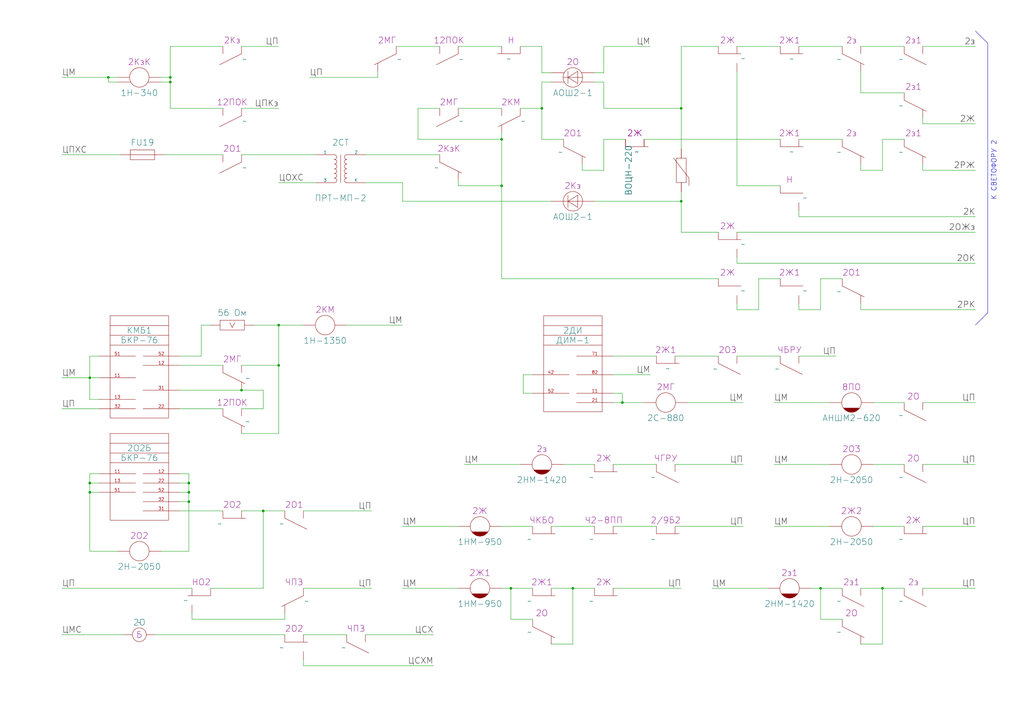
<source format=kicad_sch>
(kicad_sch (version 20231120) (generator "eeschema") (generator_version "8.0")
  (paper "A3")
  (title_block (title "Станция А") (company "МКТ РУТ (МИИТ)") (comment 1 "КП 27.02.03.03.000 ГЧ") (comment 2 "Сафранович") (comment 3 "Бузунова") (comment 9 "Схема включения огней светофора 2"))
  (lib_symbols
    (symbol "Blocks:ДИМ" (pin_names (offset 0) hide)
      (property "Reference" "ДИ" (at 0 10.51 0))
      (property "Value" "ДИМ-1" (at 0 6.51 0))
      (symbol "ДИМ_1_1"
        (pin bidirectional line (at 16.51 -15.24 180) (length 15) (name "") (number "11"))
        (pin bidirectional line (at 16.51 -19.05 180) (length 15) (name "") (number "21"))
        (pin bidirectional line (at -16.51 -7.62 0) (length 15) (name "") (number "42"))
        (pin bidirectional line (at -16.51 -15.24 0) (length 15) (name "") (number "52"))
        (pin bidirectional line (at 16.51 0 180) (length 15) (name "") (number "71"))
        (pin bidirectional line (at 16.51 -7.62 180) (length 15) (name "") (number "82"))
      )
    )
    (symbol "Blocks:КМБ" (pin_names (offset 0) hide)
      (property "Reference" "КМБ" (at 0 10.52 0))
      (property "Value" "БКР-76" (at 0 6.52 0))
      (symbol "КМБ_1_1"
        (pin bidirectional line (at -16.51 -8.89 0) (length 15) (name "") (number "11"))
        (pin bidirectional line (at 16.51 -3.81 180) (length 15) (name "") (number "12"))
        (pin bidirectional line (at -16.51 -17.78 0) (length 15) (name "") (number "13"))
        (pin bidirectional line (at 16.51 -21.59 180) (length 15) (name "") (number "22"))
        (pin bidirectional line (at 16.51 -13.97 180) (length 15) (name "") (number "31"))
        (pin bidirectional line (at -16.51 -21.59 0) (length 15) (name "") (number "32"))
        (pin bidirectional line (at -16.51 0 0) (length 15) (name "") (number "51"))
        (pin bidirectional line (at 16.51 0 180) (length 15) (name "") (number "52"))
      )
    )
    (symbol "Blocks:О" (pin_names (offset 0) hide)
      (property "Reference" "ОБ" (at 0 10.51 0))
      (property "Value" "БКР-76" (at 0 6.51 0))
      (symbol "О_1_1"
        (pin bidirectional line (at -16.51 0 0) (length 15) (name "") (number "11"))
        (pin bidirectional line (at 16.51 0 180) (length 15) (name "") (number "12"))
        (pin bidirectional line (at -16.51 -3.81 0) (length 15) (name "") (number "13"))
        (pin bidirectional line (at 16.51 -3.81 180) (length 15) (name "") (number "22"))
        (pin bidirectional line (at 16.51 -15.24 180) (length 15) (name "") (number "31"))
        (pin bidirectional line (at 16.51 -11.43 180) (length 15) (name "") (number "32"))
        (pin bidirectional line (at -16.51 -7.62 0) (length 15) (name "") (number "51"))
        (pin bidirectional line (at 16.51 -7.62 180) (length 15) (name "") (number "52"))
      )
    )
    (symbol "Blocks:СТ" (pin_numbers hide) (pin_names (offset 0))
      (property "Reference" "СТ" (at 0 10.16 0))
      (property "Value" "ПТ/ПОБС" (at 0 -12.7 0))
      (symbol "СТ_1_1"
        (pin passive line (at -10.16 5.08 0) (length 7.62) (name "1") (number "1"))
        (pin passive line (at -10.16 -6.35 0) (length 7.62) (name "3") (number "2"))
        (pin passive line (at 10.16 5.08 180) (length 7.62) (name "2") (number "3"))
        (pin passive line (at 10.16 -6.35 180) (length 7.62) (name "К") (number "7"))
      )
    )
    (symbol "Device_GOST:FU_FUSE" (pin_numbers hide) (pin_names (offset 0) hide)
      (property "Reference" "FU" (at 0 3.81 0))
      (property "Value" "FU_FUSE" (at 0 -3.81 0))
      (symbol "FU_FUSE_1_1"
        (pin passive line (at -8.89 0 0) (length 3.8862) (name "~") (number "1"))
        (pin passive line (at 8.89 0 180) (length 3.8862) (name "~") (number "2"))
      )
    )
    (symbol "Device_GOST:R_5W" (pin_numbers hide) (pin_names (offset 0) hide)
      (property "Reference" "R" (at 0 3.81 0))
      (property "Value" "R_5W" (at 0 -3.81 0))
      (symbol "R_5W_1_1"
        (pin passive line (at -8.89 0 0) (length 3.8862) (name "~") (number "1"))
        (pin passive line (at 8.89 0 180) (length 3.8862) (name "~") (number "2"))
      )
    )
    (symbol "SCB_Relay:Выравниватель" (pin_numbers hide) (pin_names (offset 0) hide)
      (property "Reference" "R" (at 0 3.81 0))
      (property "Value" "ВОЦН" (at 0 -5.715 0))
      (symbol "Выравниватель_1_1"
        (pin passive line (at -8.89 0 0) (length 3.8862) (name "~") (number "1"))
        (pin passive line (at 8.89 0 180) (length 3.8862) (name "~") (number "2"))
      )
    )
    (symbol "SCB_Relay:Контакт_нейтрального_якоря" (pin_numbers hide) (pin_names hide)
      (property "Обозначение реле" "Н" (at 0 2.54 0))
      (symbol "Контакт_нейтрального_якоря_0_1"
        (pin bidirectional line (at -3.81 0 270) (length 3) (name "") (number "1"))
      )
      (symbol "Контакт_нейтрального_якоря_1_1"
        (unit_name "Фронтовой-Тыловой")
        (pin bidirectional line (at 3.81 0 270) (length 3) (name "") (number "2"))
        (pin bidirectional line (at 3.81 -10.16 90) (length 3.3) (name "") (number "3"))
      )
      (symbol "Контакт_нейтрального_якоря_2_1"
        (unit_name "Тыловой")
        (pin bidirectional line (at 3.81 -10.16 90) (length 3.3) (name "") (number "3"))
      )
      (symbol "Контакт_нейтрального_якоря_3_1"
        (unit_name "Фронтовой")
        (pin bidirectional line (at 3.81 0 270) (length 3) (name "") (number "2"))
      )
      (symbol "Контакт_нейтрального_якоря_4_1"
        (unit_name "Усиленный перелючающий")
        (pin bidirectional line (at -3.81 0 270) (length 3) (name "") (number "1"))
        (pin bidirectional line (at 8.89 0 180) (length 2) (name "") (number "2"))
        (pin bidirectional line (at 8.89 -10.16 180) (length 2) (name "") (number "3"))
      )
      (symbol "Контакт_нейтрального_якоря_5_1"
        (unit_name "Усиленный замыкающий")
        (pin bidirectional line (at 8.89 0 180) (length 2) (name "") (number "2"))
      )
      (symbol "Контакт_нейтрального_якоря_6_1"
        (unit_name "Усиленный размыкающий")
        (pin bidirectional line (at 8.89 -10.16 180) (length 2) (name "") (number "3"))
      )
      (symbol "Контакт_нейтрального_якоря_7_1"
        (unit_name "С магнитным гашением")
        (pin bidirectional line (at 12.7 0 180) (length 2) (name "") (number "2"))
        (pin bidirectional line (at 3.81 -10.16 90) (length 3.3) (name "") (number "3"))
      )
      (symbol "Контакт_нейтрального_якоря_8_1"
        (unit_name "С безобрывным переключением")
        (pin bidirectional line (at 3.81 0 270) (length 3) (name "") (number "2"))
        (pin bidirectional line (at 3.81 -10.16 90) (length 3.3) (name "") (number "3"))
      )
      (symbol "Контакт_нейтрального_якоря_9_1"
        (unit_name "Фронтовой-тыловой термолемента")
        (pin bidirectional line (at 3.81 0 270) (length 3) (name "") (number "2"))
        (pin bidirectional line (at 3.81 -10.16 90) (length 3.3) (name "") (number "3"))
      )
      (symbol "Контакт_нейтрального_якоря_10_1"
        (unit_name "Тыловой термолемента")
        (pin bidirectional line (at 3.81 -10.16 90) (length 3.3) (name "") (number "3"))
      )
      (symbol "Контакт_нейтрального_якоря_11_1"
        (unit_name "Фронтовой термолемента")
        (pin bidirectional line (at 3.81 0 270) (length 3) (name "") (number "2"))
      )
    )
    (symbol "SCB_Relay:Контакт_нейтрального_якоря_НЗ" (pin_numbers hide) (pin_names hide)
      (property "Обозначение реле" "Н" (at 0 2.54 0))
      (symbol "Контакт_нейтрального_якоря_НЗ_0_1"
        (pin bidirectional line (at -3.81 0 270) (length 3) (name "") (number "1"))
      )
      (symbol "Контакт_нейтрального_якоря_НЗ_1_1"
        (unit_name "Фронтовой-Тыловой")
        (pin bidirectional line (at 3.81 0 270) (length 3) (name "") (number "2"))
        (pin bidirectional line (at 3.81 -10.16 90) (length 3.3) (name "") (number "3"))
      )
      (symbol "Контакт_нейтрального_якоря_НЗ_2_1"
        (unit_name "Тыловой")
        (pin bidirectional line (at 3.81 -10.16 90) (length 3.3) (name "") (number "3"))
      )
      (symbol "Контакт_нейтрального_якоря_НЗ_3_1"
        (unit_name "Фронтовой")
        (pin bidirectional line (at 3.81 0 270) (length 3) (name "") (number "2"))
      )
      (symbol "Контакт_нейтрального_якоря_НЗ_4_1"
        (unit_name "Усиленный перелючающий")
        (pin bidirectional line (at -3.81 0 270) (length 3) (name "") (number "1"))
        (pin bidirectional line (at 8.89 0 180) (length 2) (name "") (number "2"))
        (pin bidirectional line (at 8.89 -10.16 180) (length 2) (name "") (number "3"))
      )
      (symbol "Контакт_нейтрального_якоря_НЗ_5_1"
        (unit_name "Усиленный замыкающий")
        (pin bidirectional line (at 8.89 0 180) (length 2) (name "") (number "2"))
      )
      (symbol "Контакт_нейтрального_якоря_НЗ_6_1"
        (unit_name "Усиленный размыкающий")
        (pin bidirectional line (at 8.89 -10.16 180) (length 2) (name "") (number "3"))
      )
      (symbol "Контакт_нейтрального_якоря_НЗ_7_1"
        (unit_name "С магнитным гашением")
        (pin bidirectional line (at 12.7 0 180) (length 2) (name "") (number "2"))
        (pin bidirectional line (at 3.81 -10.16 90) (length 3.3) (name "") (number "3"))
      )
      (symbol "Контакт_нейтрального_якоря_НЗ_8_1"
        (unit_name "С безобрывным переключением")
        (pin bidirectional line (at 3.81 0 270) (length 3) (name "") (number "2"))
        (pin bidirectional line (at 3.81 -10.16 90) (length 3.3) (name "") (number "3"))
      )
    )
    (symbol "SCB_Relay:Лампа" (pin_numbers hide) (pin_names (offset 0) hide)
      (property "Reference" "Л" (at 0 5.08 0))
      (property "Цвет" "К" (at 0 0 0))
      (symbol "Лампа_1_1"
        (pin power_in line (at -6.35 0 0) (length 3.5) (name "П") (number "1"))
        (pin power_in line (at 6.35 0 180) (length 3.5) (name "М") (number "2"))
      )
    )
    (symbol "SCB_Relay:Нейтральное" (pin_numbers hide) (pin_names (offset 0.002) hide)
      (property "Value" "НМШ" (at 0 -6.35 0))
      (property "Обозначение реле" "Н" (at 0 6.35 0))
      (symbol "Нейтральное_1_1"
        (unit_name "Общее")
        (pin power_in line (at -8.89 0 0) (length 4.8) (name "") (number "1"))
        (pin power_in line (at 8.89 0 180) (length 4.8) (name "") (number "4"))
      )
      (symbol "Нейтральное_2_1"
        (unit_name "С раздельными")
        (pin power_in line (at -8.89 0 0) (length 4.8) (name "") (number "1"))
        (pin power_in line (at -8.89 -1.905 0) (length 5.3) (name "") (number "2"))
        (pin power_in line (at 8.89 0 180) (length 4.8) (name "") (number "3"))
        (pin power_in line (at 8.89 -1.905 180) (length 5.3) (name "") (number "4"))
      )
    )
    (symbol "SCB_Relay:Нейтральное_с_замедлением_на_отпуск" (pin_numbers hide) (pin_names (offset 0.002) hide)
      (property "Value" "НМШМ" (at 0 -6.35 0))
      (property "Обозначение реле" "Н" (at 0 6.35 0))
      (symbol "Нейтральное_с_замедлением_на_отпуск_1_1"
        (unit_name "Общее")
        (pin power_in line (at -8.89 0 0) (length 4.8) (name "") (number "1"))
        (pin power_in line (at 8.89 0 180) (length 4.8) (name "") (number "4"))
      )
      (symbol "Нейтральное_с_замедлением_на_отпуск_2_1"
        (unit_name "С раздельными")
        (pin power_in line (at -8.89 0 0) (length 4.8) (name "") (number "1"))
        (pin power_in line (at -8.89 -1.905 0) (length 5.3) (name "") (number "2"))
        (pin power_in line (at 8.89 0 180) (length 4.8) (name "") (number "3"))
        (pin power_in line (at 8.89 -1.905 180) (length 5.3) (name "") (number "4"))
      )
    )
    (symbol "SCB_Relay:Огневое" (pin_numbers hide) (pin_names (offset 0.002) hide)
      (property "Value" "ОШ" (at 0 -6.35 0))
      (property "Обозначение реле" "О" (at 0 6.35 0))
      (symbol "Огневое_1_1"
        (unit_name "Общее")
        (pin power_in line (at -8.89 0 0) (length 4.8) (name "") (number "1"))
        (pin power_in line (at 8.89 0 180) (length 4.8) (name "") (number "4"))
      )
      (symbol "Огневое_2_1"
        (unit_name "С раздельными")
        (pin power_in line (at -8.89 1.905 0) (length 5.3) (name "") (number "1"))
        (pin power_in line (at -8.89 -1.905 0) (length 5.3) (name "") (number "2"))
        (pin power_in line (at 8.89 1.905 180) (length 5.3) (name "") (number "3"))
        (pin power_in line (at 8.89 -1.905 180) (length 5.3) (name "") (number "4"))
      )
    )
  )
  (junction (at 77.47 198.12))
  (junction (at 279.4 44.45))
  (junction (at 361.95 241.3))
  (junction (at 36.83 198.12))
  (junction (at 114.3 133.35))
  (junction (at 114.3 149.86))
  (junction (at 69.85 31.75))
  (junction (at 107.95 209.55))
  (junction (at 99.06 160.02))
  (junction (at 209.55 241.3))
  (junction (at 36.83 154.94))
  (junction (at 234.95 241.3))
  (junction (at 36.83 201.93))
  (junction (at 255.27 165.1))
  (junction (at 69.85 33.655))
  (junction (at 77.47 205.74))
  (junction (at 205.74 76.2))
  (junction (at 336.55 241.3))
  (junction (at 205.74 57.15))
  (junction (at 222.25 44.45))
  (junction (at 279.4 82.55))
  (junction (at 77.47 201.93))
  (junction (at 44.45 31.75))
  (wire (pts (xy 36.83 198.12) (xy 40.64 198.12)))
  (wire (pts (xy 353.06 124.46) (xy 353.06 127)))
  (wire (pts (xy 66.04 33.655) (xy 69.85 33.655)))
  (polyline (pts (xy 400.05 133.35) (xy 405.13 128.27)))
  (wire (pts (xy 353.06 38.1) (xy 370.84 38.1)))
  (wire (pts (xy 226.06 241.3) (xy 234.95 241.3)))
  (wire (pts (xy 327.66 57.15) (xy 345.44 57.15)))
  (wire (pts (xy 231.14 57.15) (xy 222.25 57.15)))
  (wire (pts (xy 124.46 241.3) (xy 152.4 241.3)))
  (wire (pts (xy 222.25 33.655) (xy 226.06 33.655)))
  (wire (pts (xy 361.95 241.3) (xy 370.84 241.3)))
  (wire (pts (xy 378.46 215.9) (xy 400.05 215.9)))
  (wire (pts (xy 124.46 260.35) (xy 142.24 260.35)))
  (wire (pts (xy 36.83 154.94) (xy 36.83 163.83)))
  (wire (pts (xy 311.15 114.3) (xy 320.04 114.3)))
  (wire (pts (xy 36.83 198.12) (xy 36.83 201.93)))
  (wire (pts (xy 205.74 76.2) (xy 205.74 114.3)))
  (wire (pts (xy 302.26 127) (xy 311.15 127)))
  (wire (pts (xy 378.46 50.8) (xy 400.05 50.8)))
  (wire (pts (xy 327.66 88.9) (xy 400.05 88.9)))
  (wire (pts (xy 302.26 124.46) (xy 302.26 127)))
  (wire (pts (xy 36.83 154.94) (xy 40.64 154.94)))
  (wire (pts (xy 99.06 149.86) (xy 114.3 149.86)))
  (wire (pts (xy 247.65 57.15) (xy 256.54 57.15)))
  (wire (pts (xy 25.4 260.35) (xy 50.8 260.35)))
  (wire (pts (xy 73.66 160.02) (xy 99.06 160.02)))
  (wire (pts (xy 171.45 57.15) (xy 205.74 57.15)))
  (wire (pts (xy 77.47 194.31) (xy 77.47 198.12)))
  (wire (pts (xy 36.83 194.31) (xy 36.83 198.12)))
  (wire (pts (xy 358.14 165.1) (xy 370.84 165.1)))
  (wire (pts (xy 353.06 67.31) (xy 353.06 69.85)))
  (wire (pts (xy 69.85 19.05) (xy 69.85 31.75)))
  (wire (pts (xy 218.44 153.67) (xy 214.63 153.67)))
  (wire (pts (xy 353.06 241.3) (xy 361.95 241.3)))
  (wire (pts (xy 154.94 31.75) (xy 154.94 29.21)))
  (wire (pts (xy 358.14 190.5) (xy 370.84 190.5)))
  (wire (pts (xy 302.26 95.25) (xy 400.05 95.25)))
  (wire (pts (xy 78.74 254) (xy 116.84 254)))
  (wire (pts (xy 44.45 31.75) (xy 48.26 31.75)))
  (wire (pts (xy 222.25 29.845) (xy 222.25 19.05)))
  (wire (pts (xy 378.46 69.85) (xy 400.05 69.85)))
  (wire (pts (xy 107.95 209.55) (xy 116.84 209.55)))
  (wire (pts (xy 311.15 127) (xy 311.15 114.3)))
  (wire (pts (xy 73.66 209.55) (xy 91.44 209.55)))
  (wire (pts (xy 276.86 215.9) (xy 304.8 215.9)))
  (wire (pts (xy 353.06 19.05) (xy 370.84 19.05)))
  (wire (pts (xy 114.3 133.35) (xy 124.46 133.35)))
  (wire (pts (xy 124.46 209.55) (xy 152.4 209.55)))
  (wire (pts (xy 247.65 19.05) (xy 266.7 19.05)))
  (wire (pts (xy 165.1 74.93) (xy 165.1 82.55)))
  (wire (pts (xy 73.66 149.86) (xy 91.44 149.86)))
  (wire (pts (xy 124.46 273.05) (xy 177.8 273.05)))
  (wire (pts (xy 73.66 167.64) (xy 91.44 167.64)))
  (wire (pts (xy 327.66 86.36) (xy 327.66 88.9)))
  (wire (pts (xy 114.3 177.8) (xy 114.3 149.86)))
  (wire (pts (xy 99.06 44.45) (xy 114.3 44.45)))
  (wire (pts (xy 36.83 226.06) (xy 48.26 226.06)))
  (wire (pts (xy 281.94 165.1) (xy 304.8 165.1)))
  (wire (pts (xy 336.55 127) (xy 336.55 114.3)))
  (wire (pts (xy 358.14 215.9) (xy 370.84 215.9)))
  (wire (pts (xy 279.4 44.45) (xy 279.4 60.96)))
  (wire (pts (xy 73.66 198.12) (xy 77.47 198.12)))
  (wire (pts (xy 327.66 19.05) (xy 345.44 19.05)))
  (wire (pts (xy 214.63 153.67) (xy 214.63 161.29)))
  (polyline (pts (xy 405.13 17.78) (xy 400.05 12.7)))
  (wire (pts (xy 114.3 74.93) (xy 129.54 74.93)))
  (wire (pts (xy 48.26 33.655) (xy 44.45 33.655)))
  (wire (pts (xy 251.46 215.9) (xy 269.24 215.9)))
  (wire (pts (xy 279.4 19.05) (xy 279.4 44.45)))
  (wire (pts (xy 104.14 133.35) (xy 114.3 133.35)))
  (wire (pts (xy 336.55 241.3) (xy 336.55 254)))
  (wire (pts (xy 378.46 190.5) (xy 400.05 190.5)))
  (wire (pts (xy 36.83 163.83) (xy 40.64 163.83)))
  (wire (pts (xy 142.24 133.35) (xy 165.1 133.35)))
  (wire (pts (xy 361.95 264.16) (xy 361.95 241.3)))
  (wire (pts (xy 243.84 29.845) (xy 247.65 29.845)))
  (wire (pts (xy 99.06 167.64) (xy 107.95 167.64)))
  (wire (pts (xy 209.55 254) (xy 218.44 254)))
  (wire (pts (xy 149.86 260.35) (xy 177.8 260.35)))
  (wire (pts (xy 213.36 44.45) (xy 222.25 44.45)))
  (wire (pts (xy 69.85 31.75) (xy 69.85 33.655)))
  (wire (pts (xy 279.4 82.55) (xy 243.84 82.55)))
  (wire (pts (xy 302.26 107.95) (xy 400.05 107.95)))
  (wire (pts (xy 353.06 29.21) (xy 353.06 38.1)))
  (wire (pts (xy 279.4 19.05) (xy 294.64 19.05)))
  (wire (pts (xy 66.04 226.06) (xy 77.47 226.06)))
  (wire (pts (xy 82.55 146.05) (xy 82.55 133.35)))
  (wire (pts (xy 205.74 57.15) (xy 205.74 54.61)))
  (wire (pts (xy 247.65 44.45) (xy 279.4 44.45)))
  (wire (pts (xy 361.95 57.15) (xy 370.84 57.15)))
  (wire (pts (xy 78.74 251.46) (xy 78.74 254)))
  (wire (pts (xy 107.95 167.64) (xy 107.95 160.02)))
  (wire (pts (xy 25.4 31.75) (xy 44.45 31.75)))
  (polyline (pts (xy 405.13 128.27) (xy 405.13 17.78)))
  (wire (pts (xy 327.66 146.05) (xy 342.9 146.05)))
  (wire (pts (xy 99.06 19.05) (xy 114.3 19.05)))
  (wire (pts (xy 336.55 114.3) (xy 345.44 114.3)))
  (wire (pts (xy 25.4 241.3) (xy 78.74 241.3)))
  (wire (pts (xy 187.96 76.2) (xy 187.96 73.66)))
  (wire (pts (xy 302.26 146.05) (xy 320.04 146.05)))
  (wire (pts (xy 255.27 161.29) (xy 255.27 165.1)))
  (wire (pts (xy 317.5 165.1) (xy 340.36 165.1)))
  (wire (pts (xy 238.76 69.85) (xy 238.76 67.31)))
  (wire (pts (xy 213.36 19.05) (xy 222.25 19.05)))
  (wire (pts (xy 327.66 124.46) (xy 327.66 127)))
  (wire (pts (xy 162.56 19.05) (xy 180.34 19.05)))
  (wire (pts (xy 378.46 165.1) (xy 400.05 165.1)))
  (wire (pts (xy 353.06 264.16) (xy 361.95 264.16)))
  (wire (pts (xy 238.76 69.85) (xy 247.65 69.85)))
  (wire (pts (xy 302.26 105.41) (xy 302.26 107.95)))
  (wire (pts (xy 165.1 215.9) (xy 187.96 215.9)))
  (wire (pts (xy 36.83 146.05) (xy 36.83 154.94)))
  (wire (pts (xy 247.65 44.45) (xy 247.65 33.655)))
  (wire (pts (xy 40.64 146.05) (xy 36.83 146.05)))
  (wire (pts (xy 327.66 127) (xy 336.55 127)))
  (wire (pts (xy 91.44 19.05) (xy 69.85 19.05)))
  (wire (pts (xy 25.4 154.94) (xy 36.83 154.94)))
  (wire (pts (xy 378.46 19.05) (xy 400.05 19.05)))
  (wire (pts (xy 276.86 146.05) (xy 294.64 146.05)))
  (wire (pts (xy 165.1 82.55) (xy 226.06 82.55)))
  (wire (pts (xy 107.95 209.55) (xy 107.95 241.3)))
  (wire (pts (xy 226.06 215.9) (xy 243.84 215.9)))
  (wire (pts (xy 190.5 190.5) (xy 213.36 190.5)))
  (wire (pts (xy 353.06 69.85) (xy 361.95 69.85)))
  (wire (pts (xy 332.74 241.3) (xy 336.55 241.3)))
  (wire (pts (xy 361.95 69.85) (xy 361.95 57.15)))
  (wire (pts (xy 149.86 63.5) (xy 180.34 63.5)))
  (wire (pts (xy 114.3 133.35) (xy 114.3 149.86)))
  (wire (pts (xy 36.83 201.93) (xy 40.64 201.93)))
  (wire (pts (xy 73.66 146.05) (xy 82.55 146.05)))
  (wire (pts (xy 320.04 76.2) (xy 302.26 76.2)))
  (wire (pts (xy 187.96 44.45) (xy 205.74 44.45)))
  (wire (pts (xy 77.47 201.93) (xy 77.47 205.74)))
  (wire (pts (xy 251.46 146.05) (xy 269.24 146.05)))
  (wire (pts (xy 222.25 57.15) (xy 222.25 44.45)))
  (wire (pts (xy 234.95 241.3) (xy 243.84 241.3)))
  (wire (pts (xy 73.66 194.31) (xy 77.47 194.31)))
  (wire (pts (xy 107.95 160.02) (xy 99.06 160.02)))
  (wire (pts (xy 99.06 177.8) (xy 114.3 177.8)))
  (wire (pts (xy 127 31.75) (xy 154.94 31.75)))
  (wire (pts (xy 73.66 201.93) (xy 77.47 201.93)))
  (wire (pts (xy 247.65 33.655) (xy 243.84 33.655)))
  (wire (pts (xy 226.06 264.16) (xy 234.95 264.16)))
  (wire (pts (xy 69.85 33.655) (xy 69.85 44.45)))
  (wire (pts (xy 378.46 48.26) (xy 378.46 50.8)))
  (wire (pts (xy 276.86 190.5) (xy 304.8 190.5)))
  (wire (pts (xy 317.5 215.9) (xy 340.36 215.9)))
  (wire (pts (xy 247.65 29.845) (xy 247.65 19.05)))
  (wire (pts (xy 165.1 241.3) (xy 187.96 241.3)))
  (wire (pts (xy 124.46 270.51) (xy 124.46 273.05)))
  (wire (pts (xy 82.55 133.35) (xy 86.36 133.35)))
  (wire (pts (xy 205.74 114.3) (xy 294.64 114.3)))
  (wire (pts (xy 66.04 31.75) (xy 69.85 31.75)))
  (wire (pts (xy 251.46 241.3) (xy 279.4 241.3)))
  (wire (pts (xy 378.46 67.31) (xy 378.46 69.85)))
  (wire (pts (xy 187.96 76.2) (xy 205.74 76.2)))
  (wire (pts (xy 234.95 264.16) (xy 234.95 241.3)))
  (wire (pts (xy 25.4 63.5) (xy 49.53 63.5)))
  (wire (pts (xy 205.74 241.3) (xy 209.55 241.3)))
  (wire (pts (xy 187.96 19.05) (xy 205.74 19.05)))
  (wire (pts (xy 251.46 190.5) (xy 269.24 190.5)))
  (wire (pts (xy 255.27 165.1) (xy 251.46 165.1)))
  (wire (pts (xy 336.55 241.3) (xy 345.44 241.3)))
  (wire (pts (xy 77.47 198.12) (xy 77.47 201.93)))
  (wire (pts (xy 116.84 254) (xy 116.84 251.46)))
  (wire (pts (xy 67.31 63.5) (xy 91.44 63.5)))
  (wire (pts (xy 77.47 205.74) (xy 73.66 205.74)))
  (wire (pts (xy 99.06 209.55) (xy 107.95 209.55)))
  (wire (pts (xy 36.83 201.93) (xy 36.83 226.06)))
  (wire (pts (xy 205.74 215.9) (xy 218.44 215.9)))
  (wire (pts (xy 279.4 95.25) (xy 279.4 82.55)))
  (wire (pts (xy 44.45 33.655) (xy 44.45 31.75)))
  (wire (pts (xy 180.34 44.45) (xy 171.45 44.45)))
  (wire (pts (xy 251.46 153.67) (xy 266.7 153.67)))
  (wire (pts (xy 99.06 63.5) (xy 129.54 63.5)))
  (wire (pts (xy 353.06 127) (xy 400.05 127)))
  (wire (pts (xy 336.55 254) (xy 345.44 254)))
  (wire (pts (xy 25.4 167.64) (xy 40.64 167.64)))
  (wire (pts (xy 317.5 190.5) (xy 340.36 190.5)))
  (wire (pts (xy 222.25 29.845) (xy 226.06 29.845)))
  (wire (pts (xy 279.4 78.74) (xy 279.4 82.55)))
  (wire (pts (xy 149.86 74.93) (xy 165.1 74.93)))
  (wire (pts (xy 63.5 260.35) (xy 116.84 260.35)))
  (wire (pts (xy 222.25 44.45) (xy 222.25 33.655)))
  (wire (pts (xy 264.16 57.15) (xy 320.04 57.15)))
  (wire (pts (xy 294.64 95.25) (xy 279.4 95.25)))
  (wire (pts (xy 40.64 194.31) (xy 36.83 194.31)))
  (wire (pts (xy 302.26 29.21) (xy 302.26 76.2)))
  (wire (pts (xy 231.14 190.5) (xy 243.84 190.5)))
  (wire (pts (xy 77.47 226.06) (xy 77.47 205.74)))
  (wire (pts (xy 171.45 44.45) (xy 171.45 57.15)))
  (wire (pts (xy 205.74 76.2) (xy 205.74 57.15)))
  (wire (pts (xy 251.46 161.29) (xy 255.27 161.29)))
  (wire (pts (xy 209.55 241.3) (xy 218.44 241.3)))
  (wire (pts (xy 292.1 241.3) (xy 314.96 241.3)))
  (wire (pts (xy 209.55 241.3) (xy 209.55 254)))
  (wire (pts (xy 255.27 165.1) (xy 264.16 165.1)))
  (wire (pts (xy 214.63 161.29) (xy 218.44 161.29)))
  (wire (pts (xy 91.44 44.45) (xy 69.85 44.45)))
  (wire (pts (xy 378.46 241.3) (xy 400.05 241.3)))
  (wire (pts (xy 247.65 69.85) (xy 247.65 57.15)))
  (wire (pts (xy 107.95 241.3) (xy 86.36 241.3)))
  (wire (pts (xy 302.26 19.05) (xy 320.04 19.05)))
  (text "К СВЕТОФОРУ 2" (at 407.67 69.85 90) (effects (font (size 2 2))))
  (label "ЦМС" (at 25.4 260.35 0) (effects (font (size 2.5 2.5))) (property "Netclass" "Цепь" (effects (hide yes))))
  (label "ЦМ" (at 317.5 215.9 0) (effects (font (size 2.5 2.5))) (property "Netclass" "Цепь" (effects (hide yes))))
  (label "2РЖ" (at 400.05 69.85 180) (effects (font (size 2.5 2.5))) (property "Netclass" "Цепь" (effects (hide yes))))
  (label "ЦМ" (at 165.1 215.9 0) (effects (font (size 2.5 2.5))) (property "Netclass" "Цепь" (effects (hide yes))))
  (label "ЦМ" (at 266.7 19.05 180) (effects (font (size 2.5 2.5))) (property "Netclass" "Цепь" (effects (hide yes))))
  (label "ЦМ" (at 266.7 153.67 180) (effects (font (size 2.5 2.5))) (property "Netclass" "Цепь" (effects (hide yes))))
  (label "2ОЖз" (at 400.05 95.25 180) (effects (font (size 2.5 2.5))) (property "Netclass" "Цепь" (effects (hide yes))))
  (label "ЦП" (at 127 31.75 0) (effects (font (size 2.5 2.5))) (property "Netclass" "Цепь" (effects (hide yes))))
  (label "2ОК" (at 400.05 107.95 180) (effects (font (size 2.5 2.5))) (property "Netclass" "Цепь" (effects (hide yes))))
  (label "ЦМ" (at 292.1 241.3 0) (effects (font (size 2.5 2.5))) (property "Netclass" "Цепь" (effects (hide yes))))
  (label "ЦП" (at 279.4 241.3 180) (effects (font (size 2.5 2.5))) (property "Netclass" "Цепь" (effects (hide yes))))
  (label "2РК" (at 400.05 127 180) (effects (font (size 2.5 2.5))) (property "Netclass" "Цепь" (effects (hide yes))))
  (label "ЦСХ" (at 177.8 260.35 180) (effects (font (size 2.5 2.5))) (property "Netclass" "Цепь" (effects (hide yes))))
  (label "ЦП" (at 304.8 215.9 180) (effects (font (size 2.5 2.5))) (property "Netclass" "Цепь" (effects (hide yes))))
  (label "ЦП" (at 342.9 146.05 180) (effects (font (size 2.5 2.5))) (property "Netclass" "Цепь" (effects (hide yes))))
  (label "2з" (at 400.05 19.05 180) (effects (font (size 2.5 2.5))) (property "Netclass" "Цепь" (effects (hide yes))))
  (label "ЦП" (at 400.05 241.3 180) (effects (font (size 2.5 2.5))) (property "Netclass" "Цепь" (effects (hide yes))))
  (label "ЦП" (at 25.4 241.3 0) (effects (font (size 2.5 2.5))) (property "Netclass" "Цепь" (effects (hide yes))))
  (label "ЦМ" (at 25.4 154.94 0) (effects (font (size 2.5 2.5))) (property "Netclass" "Цепь" (effects (hide yes))))
  (label "ЦМ" (at 317.5 165.1 0) (effects (font (size 2.5 2.5))) (property "Netclass" "Цепь" (effects (hide yes))))
  (label "ЦП" (at 400.05 215.9 180) (effects (font (size 2.5 2.5))) (property "Netclass" "Цепь" (effects (hide yes))))
  (label "ЦМ" (at 165.1 241.3 0) (effects (font (size 2.5 2.5))) (property "Netclass" "Цепь" (effects (hide yes))))
  (label "2Ж" (at 400.05 50.8 180) (effects (font (size 2.5 2.5))) (property "Netclass" "Цепь" (effects (hide yes))))
  (label "ЦП" (at 152.4 209.55 180) (effects (font (size 2.5 2.5))) (property "Netclass" "Цепь" (effects (hide yes))))
  (label "ЦП" (at 25.4 167.64 0) (effects (font (size 2.5 2.5))) (property "Netclass" "Цепь" (effects (hide yes))))
  (label "ЦМ" (at 190.5 190.5 0) (effects (font (size 2.5 2.5))) (property "Netclass" "Цепь" (effects (hide yes))))
  (label "ЦПКз" (at 114.3 44.45 180) (effects (font (size 2.5 2.5))) (property "Netclass" "Цепь" (effects (hide yes))))
  (label "ЦСХМ" (at 177.8 273.05 180) (effects (font (size 2.5 2.5))) (property "Netclass" "Цепь" (effects (hide yes))))
  (label "ЦМ" (at 317.5 190.5 0) (effects (font (size 2.5 2.5))) (property "Netclass" "Цепь" (effects (hide yes))))
  (label "ЦП" (at 114.3 19.05 180) (effects (font (size 2.5 2.5))) (property "Netclass" "Цепь" (effects (hide yes))))
  (label "ЦП" (at 152.4 241.3 180) (effects (font (size 2.5 2.5))) (property "Netclass" "Цепь" (effects (hide yes))))
  (label "ЦОХС" (at 114.3 74.93 0) (effects (font (size 2.5 2.5))) (property "Netclass" "Цепь" (effects (hide yes))))
  (label "ЦП" (at 400.05 165.1 180) (effects (font (size 2.5 2.5))) (property "Netclass" "Цепь" (effects (hide yes))))
  (label "ЦПХС" (at 25.4 63.5 0) (effects (font (size 2.5 2.5))) (property "Netclass" "Цепь" (effects (hide yes))))
  (label "ЦМ" (at 165.1 133.35 180) (effects (font (size 2.5 2.5))) (property "Netclass" "Цепь" (effects (hide yes))))
  (label "ЦМ" (at 25.4 31.75 0) (effects (font (size 2.5 2.5))) (property "Netclass" "Цепь" (effects (hide yes))))
  (label "2К" (at 400.05 88.9 180) (effects (font (size 2.5 2.5))) (property "Netclass" "Цепь" (effects (hide yes))))
  (label "ЦП" (at 400.05 190.5 180) (effects (font (size 2.5 2.5))) (property "Netclass" "Цепь" (effects (hide yes))))
  (label "ЦП" (at 304.8 190.5 180) (effects (font (size 2.5 2.5))) (property "Netclass" "Цепь" (effects (hide yes))))
  (label "ЦМ" (at 304.8 165.1 180) (effects (font (size 2.5 2.5))) (property "Netclass" "Цепь" (effects (hide yes))))
  (symbol (lib_id "SCB_Relay:Контакт_нейтрального_якоря_НЗ") (at 247.65 215.9 0) (unit 3)
    (property "Reference" "Н111111111" (effects (hide yes)))
    (property "Value" "~" (at 242.57 221.15 0) (effects (font (size 2.5 2.5))))
    (property "Обозначение реле" "Ч2-8ПП" (at 247.65 213.36 0) (effects (font (size 2.5 2.5))))
  )
  (symbol (lib_id "Blocks:О") (at 57.15 194.31 0) (unit 1)
    (property "Reference" "2О2Б" (at 57.15 183.8 0) (effects (font (size 2.5 2.5))))
    (property "Value" "БКР-76" (at 57.15 187.8 0) (effects (font (size 2.5 2.5))))
  )
  (symbol (lib_name "SCB_Relay:Контакт_нейтрального_якоря_НЗ") (lib_id "SCB_Relay:Контакт_нейтрального_якоря_НЗ") (at 298.45 114.3 0) (unit 2)
    (property "Reference" "Н11" (effects (hide yes)))
    (property "Value" "~" (at 304.8 119.23 0) (effects (font (size 2.5 2.5))))
    (property "Обозначение реле" "2Ж" (at 298.45 111.76 0) (effects (font (size 2.5 2.5))))
  )
  (symbol (lib_id "SCB_Relay:Контакт_нейтрального_якоря") (at 120.65 209.55 0) (unit 3)
    (property "Reference" "Н111111111" (effects (hide yes)))
    (property "Value" "~" (at 115.57 214.8 0) (effects (font (size 2.5 2.5))))
    (property "Обозначение реле" "2О1" (at 120.65 207.01 0) (effects (font (size 2.5 2.5))))
  )
  (symbol (lib_name "SCB_Relay:Контакт_нейтрального_якоря_НЗ") (lib_id "SCB_Relay:Контакт_нейтрального_якоря_НЗ") (at 298.45 19.05 0) (unit 1)
    (property "Reference" "Н1" (effects (hide yes)))
    (property "Value" "~" (at 304.8 23.98 0) (effects (font (size 2.5 2.5))))
    (property "Обозначение реле" "2Ж" (at 298.45 16.51 0) (effects (font (size 2.5 2.5))))
  )
  (symbol (lib_id "SCB_Relay:Лампа") (at 57.15 260.35 0) (unit 1)
    (property "Reference" "2О" (at 57.15 255.27 0) (effects (font (size 2.5 2.5))))
    (property "Value" "~" (at 57.15 255.27 0) (effects (font (size 2.5 2.5))))
    (property "Цвет" "Б" (at 57.15 260.35 0) (effects (font (size 2.5 2.5))))
  )
  (symbol (lib_name "SCB_Relay:Контакт_нейтрального_якоря_НЗ") (lib_id "SCB_Relay:Контакт_нейтрального_якоря_НЗ") (at 222.25 215.9 0) (unit 3)
    (property "Reference" "Н1111111" (effects (hide yes)))
    (property "Value" "~" (at 217.17 221.15 0) (effects (font (size 2.5 2.5))))
    (property "Обозначение реле" "ЧКБО" (at 222.25 213.36 0) (effects (font (size 2.5 2.5))))
  )
  (symbol (lib_name "SCB_Relay:Контакт_нейтрального_якоря") (lib_id "SCB_Relay:Контакт_нейтрального_якоря") (at 95.25 44.45 0) (mirror y) (unit 3)
    (property "Reference" "Н11" (effects (hide yes)))
    (property "Value" "~" (at 100.33 49.7 0) (effects (font (size 2.5 2.5))))
    (property "Обозначение реле" "12ПОК" (at 95.25 41.91 0) (effects (font (size 2.5 2.5))))
  )
  (symbol (lib_id "SCB_Relay:Нейтральное") (at 57.15 226.06 0) (unit 1)
    (property "Reference" "2н111" (effects (hide yes)))
    (property "Value" "2Н-2050" (at 57.15 232.41 0) (effects (font (size 2.5 2.5))))
    (property "Обозначение реле" "2О2" (at 57.15 219.71 0) (effects (font (size 2.5 2.5))))
  )
  (symbol (lib_name "SCB_Relay:Контакт_нейтрального_якоря_НЗ") (lib_id "SCB_Relay:Контакт_нейтрального_якоря_НЗ") (at 222.25 241.3 0) (unit 3)
    (property "Reference" "Н111111" (effects (hide yes)))
    (property "Value" "~" (at 217.17 246.55 0) (effects (font (size 2.5 2.5))))
    (property "Обозначение реле" "2Ж1" (at 222.25 238.76 0) (effects (font (size 2.5 2.5))))
  )
  (symbol (lib_name "SCB_Relay:Контакт_нейтрального_якоря") (lib_id "SCB_Relay:Контакт_нейтрального_якоря") (at 349.25 19.05 0) (unit 1)
    (property "Reference" "Н111" (effects (hide yes)))
    (property "Value" "~" (at 344.17 24.3 0) (effects (font (size 2.5 2.5))))
    (property "Обозначение реле" "2з" (at 349.25 16.51 0) (effects (font (size 2.5 2.5))))
  )
  (symbol (lib_id "SCB_Relay:Нейтральное") (at 273.05 165.1 0) (unit 1)
    (property "Reference" "2н" (effects (hide yes)))
    (property "Value" "2С-880" (at 273.05 171.45 0) (effects (font (size 2.5 2.5))))
    (property "Обозначение реле" "2МГ" (at 273.05 158.75 0) (effects (font (size 2.5 2.5))))
  )
  (symbol (lib_name "SCB_Relay:Контакт_нейтрального_якоря_НЗ") (lib_id "SCB_Relay:Контакт_нейтрального_якоря_НЗ") (at 273.05 146.05 0) (unit 3)
    (property "Reference" "Н11111" (effects (hide yes)))
    (property "Value" "~" (at 273.895 151.13 0) (effects (font (size 2.5 2.5))))
    (property "Обозначение реле" "2Ж1" (at 273.05 143.51 0) (effects (font (size 2.5 2.5))))
  )
  (symbol (lib_name "SCB_Relay:Контакт_нейтрального_якоря") (lib_id "SCB_Relay:Контакт_нейтрального_якоря") (at 95.25 19.05 0) (mirror y) (unit 3)
    (property "Reference" "Н1" (effects (hide yes)))
    (property "Value" "~" (at 100.33 24.3 0) (effects (font (size 2.5 2.5))))
    (property "Обозначение реле" "2Кз" (at 95.25 16.51 0) (effects (font (size 2.5 2.5))))
  )
  (symbol (lib_name "SCB_Relay:Контакт_нейтрального_якоря") (lib_id "SCB_Relay:Контакт_нейтрального_якоря") (at 298.45 146.05 0) (unit 3)
    (property "Reference" "Н111" (effects (hide yes)))
    (property "Value" "~" (at 293.37 151.3 0) (effects (font (size 2.5 2.5))))
    (property "Обозначение реле" "2ОЗ" (at 298.45 143.51 0) (effects (font (size 2.5 2.5))))
  )
  (symbol (lib_name "SCB_Relay:Контакт_нейтрального_якоря") (lib_id "SCB_Relay:Контакт_нейтрального_якоря") (at 184.15 63.5 0) (unit 2)
    (property "Reference" "Н11" (effects (hide yes)))
    (property "Value" "~" (at 179.07 68.75 0) (effects (font (size 2.5 2.5))))
    (property "Обозначение реле" "2КзК" (at 184.15 60.96 0) (effects (font (size 2.5 2.5))))
  )
  (symbol (lib_id "SCB_Relay:Нейтральное_с_замедлением_на_отпуск") (at 349.25 165.1 0) (unit 1)
    (property "Reference" "Н1" (effects (hide yes)))
    (property "Value" "АНШМ2-620" (at 349.25 171.45 0) (effects (font (size 2.5 2.5))))
    (property "Обозначение реле" "8ПО" (at 349.25 158.75 0) (effects (font (size 2.5 2.5))))
  )
  (symbol (lib_id "SCB_Relay:Нейтральное_с_замедлением_на_отпуск") (at 196.85 241.3 0) (unit 1)
    (property "Reference" "Н111" (effects (hide yes)))
    (property "Value" "1НМ-950" (at 196.85 247.65 0) (effects (font (size 2.5 2.5))))
    (property "Обозначение реле" "2Ж1" (at 196.85 234.95 0) (effects (font (size 2.5 2.5))))
  )
  (symbol (lib_name "SCB_Relay:Контакт_нейтрального_якоря") (lib_id "SCB_Relay:Контакт_нейтрального_якоря") (at 184.15 19.05 0) (mirror y) (unit 3)
    (property "Reference" "Н11" (effects (hide yes)))
    (property "Value" "~" (at 189.23 24.3 0) (effects (font (size 2.5 2.5))))
    (property "Обозначение реле" "12ПОК" (at 184.15 16.51 0) (effects (font (size 2.5 2.5))))
  )
  (symbol (lib_name "SCB_Relay:Контакт_нейтрального_якоря_НЗ") (lib_id "SCB_Relay:Контакт_нейтрального_якоря_НЗ") (at 120.65 260.35 0) (unit 1)
    (property "Reference" "Н11111111" (effects (hide yes)))
    (property "Value" "~" (at 115.57 265.6 0) (effects (font (size 2.5 2.5))))
    (property "Обозначение реле" "2О2" (at 120.65 257.81 0) (effects (font (size 2.5 2.5))))
  )
  (symbol (lib_id "SCB_Relay:Огневое") (at 234.95 31.75 0) (unit 2)
    (property "Reference" "О1" (effects (hide yes)))
    (property "Value" "АОШ2-1" (at 234.95 38.1 0) (effects (font (size 2.5 2.5))))
    (property "Обозначение реле" "2О" (at 234.95 25.4 0) (effects (font (size 2.5 2.5))))
  )
  (symbol (lib_name "SCB_Relay:Контакт_нейтрального_якоря") (lib_id "SCB_Relay:Контакт_нейтрального_якоря") (at 349.25 114.3 0) (unit 2)
    (property "Reference" "Н11111" (effects (hide yes)))
    (property "Value" "~" (at 344.17 119.55 0) (effects (font (size 2.5 2.5))))
    (property "Обозначение реле" "2О1" (at 349.25 111.76 0) (effects (font (size 2.5 2.5))))
  )
  (symbol (lib_name "SCB_Relay:Контакт_нейтрального_якоря") (lib_id "SCB_Relay:Контакт_нейтрального_якоря") (at 349.25 254 0) (unit 2)
    (property "Reference" "Н111111" (effects (hide yes)))
    (property "Value" "~" (at 344.17 259.25 0) (effects (font (size 2.5 2.5))))
    (property "Обозначение реле" "2О" (at 349.25 251.46 0) (effects (font (size 2.5 2.5))))
  )
  (symbol (lib_id "SCB_Relay:Огневое") (at 234.95 82.55 0) (unit 1)
    (property "Reference" "О1" (effects (hide yes)))
    (property "Value" "АОШ2-1" (at 234.95 88.9 0) (effects (font (size 2.5 2.5))))
    (property "Обозначение реле" "2Кз" (at 234.95 76.2 0) (effects (font (size 2.5 2.5))))
  )
  (symbol (lib_name "SCB_Relay:Контакт_нейтрального_якоря") (lib_id "SCB_Relay:Контакт_нейтрального_якоря") (at 158.75 19.05 0) (mirror y) (unit 2)
    (property "Reference" "Н1" (effects (hide yes)))
    (property "Value" "~" (at 163.83 24.3 0) (effects (font (size 2.5 2.5))))
    (property "Обозначение реле" "2МГ" (at 158.75 16.51 0) (effects (font (size 2.5 2.5))))
  )
  (symbol (lib_name "SCB_Relay:Контакт_нейтрального_якоря_НЗ") (lib_id "SCB_Relay:Контакт_нейтрального_якоря_НЗ") (at 95.25 209.55 0) (unit 3)
    (property "Reference" "Н1111111" (effects (hide yes)))
    (property "Value" "~" (at 90.17 214.8 0) (effects (font (size 2.5 2.5))))
    (property "Обозначение реле" "2О2" (at 95.25 207.01 0) (effects (font (size 2.5 2.5))))
  )
  (symbol (lib_id "Device_GOST:FU_FUSE") (at 58.42 63.5 0) (unit 1)
    (property "Reference" "FU19" (at 58.42 58.42 0) (effects (font (size 2.5 2.5))))
    (property "Value" "FU_FUSE" (effects (hide yes)))
  )
  (symbol (lib_name "SCB_Relay:Контакт_нейтрального_якоря") (lib_id "SCB_Relay:Контакт_нейтрального_якоря") (at 374.65 38.1 0) (unit 2)
    (property "Reference" "Н111" (effects (hide yes)))
    (property "Value" "~" (at 369.57 43.35 0) (effects (font (size 2.5 2.5))))
    (property "Обозначение реле" "2з1" (at 374.65 35.56 0) (effects (font (size 2.5 2.5))))
  )
  (symbol (lib_name "SCB_Relay:Контакт_нейтрального_якоря") (lib_id "SCB_Relay:Контакт_нейтрального_якоря") (at 349.25 241.3 0) (unit 3)
    (property "Reference" "Н11111" (effects (hide yes)))
    (property "Value" "~" (at 344.17 246.55 0) (effects (font (size 2.5 2.5))))
    (property "Обозначение реле" "2з1" (at 349.25 238.76 0) (effects (font (size 2.5 2.5))))
  )
  (symbol (lib_name "SCB_Relay:Контакт_нейтрального_якоря_НЗ") (lib_id "SCB_Relay:Контакт_нейтрального_якоря_НЗ") (at 273.05 215.9 0) (unit 3)
    (property "Reference" "Н111111111" (effects (hide yes)))
    (property "Value" "~" (at 267.97 221.15 0) (effects (font (size 2.5 2.5))))
    (property "Обозначение реле" "2/9Б2" (at 273.05 213.36 0) (effects (font (size 2.5 2.5))))
  )
  (symbol (lib_id "SCB_Relay:Нейтральное_с_замедлением_на_отпуск") (at 222.25 190.5 0) (unit 1)
    (property "Reference" "Н111" (effects (hide yes)))
    (property "Value" "2НМ-1420" (at 222.25 196.85 0) (effects (font (size 2.5 2.5))))
    (property "Обозначение реле" "2з" (at 222.25 184.15 0) (effects (font (size 2.5 2.5))))
  )
  (symbol (lib_name "SCB_Relay:Контакт_нейтрального_якоря_НЗ") (lib_id "SCB_Relay:Контакт_нейтрального_якоря_НЗ") (at 209.55 19.05 0) (mirror y) (unit 3)
    (property "Reference" "Н1" (effects (hide yes)))
    (property "Value" "~" (at 208.705 24.13 0) (effects (font (size 2.5 2.5))))
    (property "Обозначение реле" "Н" (at 209.55 16.51 0) (effects (font (size 2.5 2.5))))
  )
  (symbol (lib_name "SCB_Relay:Контакт_нейтрального_якоря") (lib_id "SCB_Relay:Контакт_нейтрального_якоря") (at 222.25 254 0) (unit 2)
    (property "Reference" "Н1111111" (effects (hide yes)))
    (property "Value" "~" (at 217.17 259.25 0) (effects (font (size 2.5 2.5))))
    (property "Обозначение реле" "2О" (at 222.25 251.46 0) (effects (font (size 2.5 2.5))))
  )
  (symbol (lib_name "SCB_Relay:Контакт_нейтрального_якоря_НЗ") (lib_id "SCB_Relay:Контакт_нейтрального_якоря_НЗ") (at 323.85 76.2 0) (unit 2)
    (property "Reference" "Н1" (effects (hide yes)))
    (property "Value" "~" (at 330.2 81.13 0) (effects (font (size 2.5 2.5))))
    (property "Обозначение реле" "Н" (at 323.85 73.66 0) (effects (font (size 2.5 2.5))))
  )
  (symbol (lib_id "SCB_Relay:Нейтральное") (at 349.25 215.9 0) (unit 1)
    (property "Reference" "2н11" (effects (hide yes)))
    (property "Value" "2Н-2050" (at 349.25 222.25 0) (effects (font (size 2.5 2.5))))
    (property "Обозначение реле" "2Ж2" (at 349.25 209.55 0) (effects (font (size 2.5 2.5))))
  )
  (symbol (lib_name "SCB_Relay:Контакт_нейтрального_якоря_НЗ") (lib_id "SCB_Relay:Контакт_нейтрального_якоря_НЗ") (at 323.85 19.05 0) (unit 3)
    (property "Reference" "Н111" (effects (hide yes)))
    (property "Value" "~" (at 324.695 24.13 0) (effects (font (size 2.5 2.5))))
    (property "Обозначение реле" "2Ж1" (at 323.85 16.51 0) (effects (font (size 2.5 2.5))))
  )
  (symbol (lib_id "SCB_Relay:Нейтральное") (at 349.25 190.5 0) (unit 1)
    (property "Reference" "2н1" (effects (hide yes)))
    (property "Value" "2Н-2050" (at 349.25 196.85 0) (effects (font (size 2.5 2.5))))
    (property "Обозначение реле" "2О3" (at 349.25 184.15 0) (effects (font (size 2.5 2.5))))
  )
  (symbol (lib_name "SCB_Relay:Контакт_нейтрального_якоря") (lib_id "SCB_Relay:Контакт_нейтрального_якоря") (at 184.15 44.45 0) (mirror y) (unit 3)
    (property "Reference" "Н111" (effects (hide yes)))
    (property "Value" "~" (at 189.23 49.7 0) (effects (font (size 2.5 2.5))))
    (property "Обозначение реле" "2МГ" (at 184.15 41.91 0) (effects (font (size 2.5 2.5))))
  )
  (symbol (lib_name "SCB_Relay:Контакт_нейтрального_якоря") (lib_id "SCB_Relay:Контакт_нейтрального_якоря") (at 234.95 57.15 0) (unit 2)
    (property "Reference" "Н11" (effects (hide yes)))
    (property "Value" "~" (at 229.87 62.4 0) (effects (font (size 2.5 2.5))))
    (property "Обозначение реле" "2О1" (at 234.95 54.61 0) (effects (font (size 2.5 2.5))))
  )
  (symbol (lib_id "Blocks:КМБ") (at 57.15 146.05 0) (unit 1)
    (property "Reference" "КМБ1" (at 57.15 135.53 0) (effects (font (size 2.5 2.5))))
    (property "Value" "БКР-76" (at 57.15 139.53 0) (effects (font (size 2.5 2.5))))
  )
  (symbol (lib_id "SCB_Relay:Нейтральное") (at 57.15 31.75 0) (unit 2)
    (property "Reference" "Н1" (effects (hide yes)))
    (property "Value" "1Н-340" (at 57.15 38.1 0) (effects (font (size 2.5 2.5))))
    (property "Обозначение реле" "2КзК" (at 57.15 25.4 0) (effects (font (size 2.5 2.5))))
  )
  (symbol (lib_name "SCB_Relay:Контакт_нейтрального_якоря") (lib_id "SCB_Relay:Контакт_нейтрального_якоря") (at 273.05 190.5 0) (unit 3)
    (property "Reference" "Н11111111" (effects (hide yes)))
    (property "Value" "~" (at 267.97 195.75 0) (effects (font (size 2.5 2.5))))
    (property "Обозначение реле" "ЧГРУ" (at 273.05 187.96 0) (effects (font (size 2.5 2.5))))
  )
  (symbol (lib_name "SCB_Relay:Контакт_нейтрального_якоря") (lib_id "SCB_Relay:Контакт_нейтрального_якоря") (at 349.25 57.15 0) (unit 2)
    (property "Reference" "Н1111" (effects (hide yes)))
    (property "Value" "~" (at 344.17 62.4 0) (effects (font (size 2.5 2.5))))
    (property "Обозначение реле" "2з" (at 349.25 54.61 0) (effects (font (size 2.5 2.5))))
  )
  (symbol (lib_id "Blocks:ДИМ") (at 234.95 146.05 0) (unit 1)
    (property "Reference" "2ДИ" (at 234.95 135.54 0) (effects (font (size 2.5 2.5))))
    (property "Value" "ДИМ-1" (at 234.95 139.54 0) (effects (font (size 2.5 2.5))))
  )
  (symbol (lib_name "SCB_Relay:Контакт_нейтрального_якоря") (lib_id "SCB_Relay:Контакт_нейтрального_якоря") (at 374.65 165.1 0) (unit 3)
    (property "Reference" "Н1111" (effects (hide yes)))
    (property "Value" "~" (at 369.57 170.35 0) (effects (font (size 2.5 2.5))))
    (property "Обозначение реле" "2О" (at 374.65 162.56 0) (effects (font (size 2.5 2.5))))
  )
  (symbol (lib_id "SCB_Relay:Выравниватель") (at 279.4 69.85 90) (unit 1)
    (property "Reference" "R14" (effects (hide yes)))
    (property "Value" "ВОЦН-220" (at 257.81 69.85 0) (effects (font (size 2.5 2.5))))
  )
  (symbol (lib_name "SCB_Relay:Контакт_нейтрального_якоря") (lib_id "SCB_Relay:Контакт_нейтрального_якоря") (at 374.65 190.5 0) (unit 3)
    (property "Reference" "Н11111" (effects (hide yes)))
    (property "Value" "~" (at 369.57 195.75 0) (effects (font (size 2.5 2.5))))
    (property "Обозначение реле" "2О" (at 374.65 187.96 0) (effects (font (size 2.5 2.5))))
  )
  (symbol (lib_name "SCB_Relay:Контакт_нейтрального_якоря_НЗ") (lib_id "SCB_Relay:Контакт_нейтрального_якоря_НЗ") (at 247.65 190.5 0) (unit 3)
    (property "Reference" "Н111111" (effects (hide yes)))
    (property "Value" "~" (at 242.57 195.75 0) (effects (font (size 2.5 2.5))))
    (property "Обозначение реле" "2Ж" (at 247.65 187.96 0) (effects (font (size 2.5 2.5))))
  )
  (symbol (lib_name "SCB_Relay:Контакт_нейтрального_якоря") (lib_id "SCB_Relay:Контакт_нейтрального_якоря") (at 146.05 260.35 0) (unit 3)
    (property "Reference" "Н1111111111" (effects (hide yes)))
    (property "Value" "~" (at 140.97 265.6 0) (effects (font (size 2.5 2.5))))
    (property "Обозначение реле" "ЧПЗ" (at 146.05 257.81 0) (effects (font (size 2.5 2.5))))
  )
  (symbol (lib_name "SCB_Relay:Контакт_нейтрального_якоря") (lib_id "SCB_Relay:Контакт_нейтрального_якоря") (at 209.55 44.45 0) (mirror y) (unit 1)
    (property "Reference" "Н111" (effects (hide yes)))
    (property "Value" "~" (at 214.63 49.7 0) (effects (font (size 2.5 2.5))))
    (property "Обозначение реле" "2КМ" (at 209.55 41.91 0) (effects (font (size 2.5 2.5))))
  )
  (symbol (lib_id "Device_GOST:R_5W") (at 95.25 133.35 0) (unit 1)
    (property "Reference" "R15" (effects (hide yes)))
    (property "Value" "56 Ом" (at 95.25 128.27 0) (effects (font (size 2.5 2.5))))
  )
  (symbol (lib_id "SCB_Relay:Нейтральное") (at 133.35 133.35 0) (unit 1)
    (property "Reference" "Н121111" (effects (hide yes)))
    (property "Value" "1Н-1350" (at 133.35 139.7 0) (effects (font (size 2.5 2.5))))
    (property "Обозначение реле" "2КМ" (at 133.35 127 0) (effects (font (size 2.5 2.5))))
  )
  (symbol (lib_name "SCB_Relay:Контакт_нейтрального_якоря_НЗ") (lib_id "SCB_Relay:Контакт_нейтрального_якоря_НЗ") (at 323.85 57.15 0) (unit 3)
    (property "Reference" "Н1111" (effects (hide yes)))
    (property "Value" "~" (at 324.695 62.23 0) (effects (font (size 2.5 2.5))))
    (property "Обозначение реле" "2Ж1" (at 323.85 54.61 0) (effects (font (size 2.5 2.5))))
  )
  (symbol (lib_name "SCB_Relay:Контакт_нейтрального_якоря") (lib_id "SCB_Relay:Контакт_нейтрального_якоря") (at 374.65 57.15 0) (unit 2)
    (property "Reference" "Н1111" (effects (hide yes)))
    (property "Value" "~" (at 369.57 62.4 0) (effects (font (size 2.5 2.5))))
    (property "Обозначение реле" "2з1" (at 374.65 54.61 0) (effects (font (size 2.5 2.5))))
  )
  (symbol (lib_name "SCB_Relay:Контакт_нейтрального_якоря") (lib_id "SCB_Relay:Контакт_нейтрального_якоря") (at 374.65 19.05 0) (unit 3)
    (property "Reference" "Н111" (effects (hide yes)))
    (property "Value" "~" (at 369.57 24.3 0) (effects (font (size 2.5 2.5))))
    (property "Обозначение реле" "2з1" (at 374.65 16.51 0) (effects (font (size 2.5 2.5))))
  )
  (symbol (lib_name "SCB_Relay:Контакт_нейтрального_якоря") (lib_id "SCB_Relay:Контакт_нейтрального_якоря") (at 95.25 167.64 0) (unit 1)
    (property "Reference" "Н11" (effects (hide yes)))
    (property "Value" "~" (at 101.6 172.89 0) (effects (font (size 2.5 2.5))))
    (property "Обозначение реле" "12ПОК" (at 95.25 165.1 0) (effects (font (size 2.5 2.5))))
  )
  (symbol (lib_id "SCB_Relay:Нейтральное_с_замедлением_на_отпуск") (at 196.85 215.9 0) (unit 1)
    (property "Reference" "Н1111" (effects (hide yes)))
    (property "Value" "1НМ-950" (at 196.85 222.25 0) (effects (font (size 2.5 2.5))))
    (property "Обозначение реле" "2Ж" (at 196.85 209.55 0) (effects (font (size 2.5 2.5))))
  )
  (symbol (lib_name "SCB_Relay:Контакт_нейтрального_якоря") (lib_id "SCB_Relay:Контакт_нейтрального_якоря") (at 120.65 241.3 0) (mirror y) (unit 2)
    (property "Reference" "Н11111111" (effects (hide yes)))
    (property "Value" "~" (at 125.73 246.55 0) (effects (font (size 2.5 2.5))))
    (property "Обозначение реле" "ЧПЗ" (at 120.65 238.76 0) (effects (font (size 2.5 2.5))))
  )
  (symbol (lib_name "SCB_Relay:Контакт_нейтрального_якоря_НЗ") (lib_id "SCB_Relay:Контакт_нейтрального_якоря_НЗ") (at 260.35 57.15 0) (unit 3)
    (property "Reference" "Н11" (effects (hide yes)))
    (property "Value" "~" (at 261.195 62.23 0) (effects (font (size 2.5 2.5))))
    (property "Обозначение реле" "2Ж" (at 260.35 54.61 0) (effects (font (size 2.5 2.5))))
  )
  (symbol (lib_name "SCB_Relay:Контакт_нейтрального_якоря") (lib_id "SCB_Relay:Контакт_нейтрального_якоря") (at 323.85 146.05 0) (unit 3)
    (property "Reference" "Н111" (effects (hide yes)))
    (property "Value" "~" (at 318.77 151.3 0) (effects (font (size 2.5 2.5))))
    (property "Обозначение реле" "ЧБРУ" (at 323.85 143.51 0) (effects (font (size 2.5 2.5))))
  )
  (symbol (lib_name "SCB_Relay:Контакт_нейтрального_якоря_НЗ") (lib_id "SCB_Relay:Контакт_нейтрального_якоря_НЗ") (at 374.65 215.9 0) (unit 3)
    (property "Reference" "Н1111111" (effects (hide yes)))
    (property "Value" "~" (at 369.57 221.15 0) (effects (font (size 2.5 2.5))))
    (property "Обозначение реле" "2Ж" (at 374.65 213.36 0) (effects (font (size 2.5 2.5))))
  )
  (symbol (lib_name "SCB_Relay:Контакт_нейтрального_якоря_НЗ") (lib_id "SCB_Relay:Контакт_нейтрального_якоря_НЗ") (at 323.85 114.3 0) (unit 2)
    (property "Reference" "Н11" (effects (hide yes)))
    (property "Value" "~" (at 330.2 119.23 0) (effects (font (size 2.5 2.5))))
    (property "Обозначение реле" "2Ж1" (at 323.85 111.76 0) (effects (font (size 2.5 2.5))))
  )
  (symbol (lib_name "SCB_Relay:Контакт_нейтрального_якоря") (lib_id "SCB_Relay:Контакт_нейтрального_якоря") (at 95.25 149.86 0) (unit 1)
    (property "Reference" "Н1" (effects (hide yes)))
    (property "Value" "~" (at 101.6 155.11 0) (effects (font (size 2.5 2.5))))
    (property "Обозначение реле" "2МГ" (at 95.25 147.32 0) (effects (font (size 2.5 2.5))))
  )
  (symbol (lib_id "SCB_Relay:Нейтральное_с_замедлением_на_отпуск") (at 323.85 241.3 0) (unit 1)
    (property "Reference" "Н11" (effects (hide yes)))
    (property "Value" "2НМ-1420" (at 323.85 247.65 0) (effects (font (size 2.5 2.5))))
    (property "Обозначение реле" "2з1" (at 323.85 234.95 0) (effects (font (size 2.5 2.5))))
  )
  (symbol (lib_id "Blocks:СТ") (at 139.7 68.58 0) (unit 1)
    (property "Reference" "2СТ" (at 139.7 58.42 0) (effects (font (size 2.5 2.5))))
    (property "Value" "ПРТ-МП-2" (at 139.7 81.28 0) (effects (font (size 2.5 2.5))))
  )
  (symbol (lib_name "SCB_Relay:Контакт_нейтрального_якоря") (lib_id "SCB_Relay:Контакт_нейтрального_якоря") (at 95.25 63.5 0) (mirror y) (unit 3)
    (property "Reference" "Н111" (effects (hide yes)))
    (property "Value" "~" (at 100.33 68.75 0) (effects (font (size 2.5 2.5))))
    (property "Обозначение реле" "2О1" (at 95.25 60.96 0) (effects (font (size 2.5 2.5))))
  )
  (symbol (lib_name "SCB_Relay:Контакт_нейтрального_якоря_НЗ") (lib_id "SCB_Relay:Контакт_нейтрального_якоря_НЗ") (at 82.55 241.3 0) (mirror y) (unit 1)
    (property "Reference" "Н111" (effects (hide yes)))
    (property "Value" "~" (at 76.2 246.23 0) (effects (font (size 2.5 2.5))))
    (property "Обозначение реле" "НО2" (at 82.55 238.76 0) (effects (font (size 2.5 2.5))))
  )
  (symbol (lib_name "SCB_Relay:Контакт_нейтрального_якоря_НЗ") (lib_id "SCB_Relay:Контакт_нейтрального_якоря_НЗ") (at 247.65 241.3 0) (unit 3)
    (property "Reference" "Н11111111" (effects (hide yes)))
    (property "Value" "~" (at 242.57 246.55 0) (effects (font (size 2.5 2.5))))
    (property "Обозначение реле" "2Ж" (at 247.65 238.76 0) (effects (font (size 2.5 2.5))))
  )
  (symbol (lib_name "SCB_Relay:Контакт_нейтрального_якоря_НЗ") (lib_id "SCB_Relay:Контакт_нейтрального_якоря_НЗ") (at 298.45 95.25 0) (unit 1)
    (property "Reference" "Н11" (effects (hide yes)))
    (property "Value" "~" (at 304.8 100.18 0) (effects (font (size 2.5 2.5))))
    (property "Обозначение реле" "2Ж" (at 298.45 92.71 0) (effects (font (size 2.5 2.5))))
  )
  (symbol (lib_name "SCB_Relay:Контакт_нейтрального_якоря") (lib_id "SCB_Relay:Контакт_нейтрального_якоря") (at 374.65 241.3 0) (unit 3)
    (property "Reference" "Н1111111" (effects (hide yes)))
    (property "Value" "~" (at 369.57 246.55 0) (effects (font (size 2.5 2.5))))
    (property "Обозначение реле" "2з" (at 374.65 238.76 0) (effects (font (size 2.5 2.5))))
  )
)
</source>
